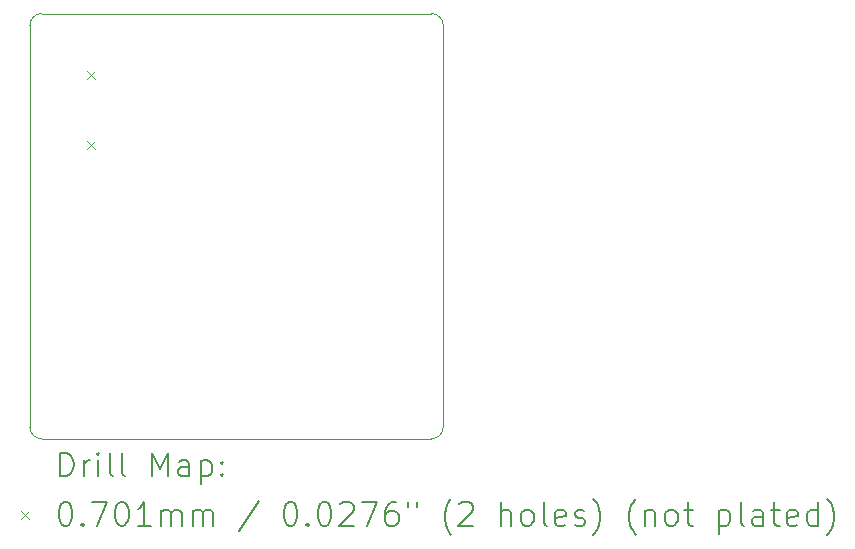
<source format=gbr>
%TF.GenerationSoftware,KiCad,Pcbnew,7.0.10*%
%TF.CreationDate,2024-02-03T16:56:27+08:00*%
%TF.ProjectId,ad7142-eval,61643731-3432-42d6-9576-616c2e6b6963,rev?*%
%TF.SameCoordinates,Original*%
%TF.FileFunction,Drillmap*%
%TF.FilePolarity,Positive*%
%FSLAX45Y45*%
G04 Gerber Fmt 4.5, Leading zero omitted, Abs format (unit mm)*
G04 Created by KiCad (PCBNEW 7.0.10) date 2024-02-03 16:56:27*
%MOMM*%
%LPD*%
G01*
G04 APERTURE LIST*
%ADD10C,0.100000*%
%ADD11C,0.200000*%
G04 APERTURE END LIST*
D10*
X14140750Y-7991000D02*
G75*
G03*
X14040750Y-7891000I-100000J0D01*
G01*
X14040750Y-11491000D02*
G75*
G03*
X14140750Y-11391000I0J100000D01*
G01*
X10640750Y-11391000D02*
G75*
G03*
X10740750Y-11491000I100000J0D01*
G01*
X10740750Y-7891000D02*
G75*
G03*
X10640750Y-7991000I0J-100000D01*
G01*
X14040750Y-7891000D02*
X10740750Y-7891000D01*
X14140750Y-11391000D02*
X14140750Y-7991000D01*
X10740750Y-11491000D02*
X14040750Y-11491000D01*
X10640750Y-7991000D02*
X10640750Y-11391000D01*
D11*
D10*
X11123890Y-8373250D02*
X11193990Y-8443350D01*
X11193990Y-8373250D02*
X11123890Y-8443350D01*
X11123890Y-8969130D02*
X11193990Y-9039230D01*
X11193990Y-8969130D02*
X11123890Y-9039230D01*
D11*
X10896527Y-11807484D02*
X10896527Y-11607484D01*
X10896527Y-11607484D02*
X10944146Y-11607484D01*
X10944146Y-11607484D02*
X10972717Y-11617008D01*
X10972717Y-11617008D02*
X10991765Y-11636055D01*
X10991765Y-11636055D02*
X11001289Y-11655103D01*
X11001289Y-11655103D02*
X11010813Y-11693198D01*
X11010813Y-11693198D02*
X11010813Y-11721769D01*
X11010813Y-11721769D02*
X11001289Y-11759865D01*
X11001289Y-11759865D02*
X10991765Y-11778912D01*
X10991765Y-11778912D02*
X10972717Y-11797960D01*
X10972717Y-11797960D02*
X10944146Y-11807484D01*
X10944146Y-11807484D02*
X10896527Y-11807484D01*
X11096527Y-11807484D02*
X11096527Y-11674150D01*
X11096527Y-11712246D02*
X11106051Y-11693198D01*
X11106051Y-11693198D02*
X11115574Y-11683674D01*
X11115574Y-11683674D02*
X11134622Y-11674150D01*
X11134622Y-11674150D02*
X11153670Y-11674150D01*
X11220336Y-11807484D02*
X11220336Y-11674150D01*
X11220336Y-11607484D02*
X11210812Y-11617008D01*
X11210812Y-11617008D02*
X11220336Y-11626531D01*
X11220336Y-11626531D02*
X11229860Y-11617008D01*
X11229860Y-11617008D02*
X11220336Y-11607484D01*
X11220336Y-11607484D02*
X11220336Y-11626531D01*
X11344146Y-11807484D02*
X11325098Y-11797960D01*
X11325098Y-11797960D02*
X11315574Y-11778912D01*
X11315574Y-11778912D02*
X11315574Y-11607484D01*
X11448908Y-11807484D02*
X11429860Y-11797960D01*
X11429860Y-11797960D02*
X11420336Y-11778912D01*
X11420336Y-11778912D02*
X11420336Y-11607484D01*
X11677479Y-11807484D02*
X11677479Y-11607484D01*
X11677479Y-11607484D02*
X11744146Y-11750341D01*
X11744146Y-11750341D02*
X11810812Y-11607484D01*
X11810812Y-11607484D02*
X11810812Y-11807484D01*
X11991765Y-11807484D02*
X11991765Y-11702722D01*
X11991765Y-11702722D02*
X11982241Y-11683674D01*
X11982241Y-11683674D02*
X11963193Y-11674150D01*
X11963193Y-11674150D02*
X11925098Y-11674150D01*
X11925098Y-11674150D02*
X11906051Y-11683674D01*
X11991765Y-11797960D02*
X11972717Y-11807484D01*
X11972717Y-11807484D02*
X11925098Y-11807484D01*
X11925098Y-11807484D02*
X11906051Y-11797960D01*
X11906051Y-11797960D02*
X11896527Y-11778912D01*
X11896527Y-11778912D02*
X11896527Y-11759865D01*
X11896527Y-11759865D02*
X11906051Y-11740817D01*
X11906051Y-11740817D02*
X11925098Y-11731293D01*
X11925098Y-11731293D02*
X11972717Y-11731293D01*
X11972717Y-11731293D02*
X11991765Y-11721769D01*
X12087003Y-11674150D02*
X12087003Y-11874150D01*
X12087003Y-11683674D02*
X12106051Y-11674150D01*
X12106051Y-11674150D02*
X12144146Y-11674150D01*
X12144146Y-11674150D02*
X12163193Y-11683674D01*
X12163193Y-11683674D02*
X12172717Y-11693198D01*
X12172717Y-11693198D02*
X12182241Y-11712246D01*
X12182241Y-11712246D02*
X12182241Y-11769388D01*
X12182241Y-11769388D02*
X12172717Y-11788436D01*
X12172717Y-11788436D02*
X12163193Y-11797960D01*
X12163193Y-11797960D02*
X12144146Y-11807484D01*
X12144146Y-11807484D02*
X12106051Y-11807484D01*
X12106051Y-11807484D02*
X12087003Y-11797960D01*
X12267955Y-11788436D02*
X12277479Y-11797960D01*
X12277479Y-11797960D02*
X12267955Y-11807484D01*
X12267955Y-11807484D02*
X12258432Y-11797960D01*
X12258432Y-11797960D02*
X12267955Y-11788436D01*
X12267955Y-11788436D02*
X12267955Y-11807484D01*
X12267955Y-11683674D02*
X12277479Y-11693198D01*
X12277479Y-11693198D02*
X12267955Y-11702722D01*
X12267955Y-11702722D02*
X12258432Y-11693198D01*
X12258432Y-11693198D02*
X12267955Y-11683674D01*
X12267955Y-11683674D02*
X12267955Y-11702722D01*
D10*
X10565650Y-12100950D02*
X10635750Y-12171050D01*
X10635750Y-12100950D02*
X10565650Y-12171050D01*
D11*
X10934622Y-12027484D02*
X10953670Y-12027484D01*
X10953670Y-12027484D02*
X10972717Y-12037008D01*
X10972717Y-12037008D02*
X10982241Y-12046531D01*
X10982241Y-12046531D02*
X10991765Y-12065579D01*
X10991765Y-12065579D02*
X11001289Y-12103674D01*
X11001289Y-12103674D02*
X11001289Y-12151293D01*
X11001289Y-12151293D02*
X10991765Y-12189388D01*
X10991765Y-12189388D02*
X10982241Y-12208436D01*
X10982241Y-12208436D02*
X10972717Y-12217960D01*
X10972717Y-12217960D02*
X10953670Y-12227484D01*
X10953670Y-12227484D02*
X10934622Y-12227484D01*
X10934622Y-12227484D02*
X10915574Y-12217960D01*
X10915574Y-12217960D02*
X10906051Y-12208436D01*
X10906051Y-12208436D02*
X10896527Y-12189388D01*
X10896527Y-12189388D02*
X10887003Y-12151293D01*
X10887003Y-12151293D02*
X10887003Y-12103674D01*
X10887003Y-12103674D02*
X10896527Y-12065579D01*
X10896527Y-12065579D02*
X10906051Y-12046531D01*
X10906051Y-12046531D02*
X10915574Y-12037008D01*
X10915574Y-12037008D02*
X10934622Y-12027484D01*
X11087003Y-12208436D02*
X11096527Y-12217960D01*
X11096527Y-12217960D02*
X11087003Y-12227484D01*
X11087003Y-12227484D02*
X11077479Y-12217960D01*
X11077479Y-12217960D02*
X11087003Y-12208436D01*
X11087003Y-12208436D02*
X11087003Y-12227484D01*
X11163194Y-12027484D02*
X11296527Y-12027484D01*
X11296527Y-12027484D02*
X11210812Y-12227484D01*
X11410812Y-12027484D02*
X11429860Y-12027484D01*
X11429860Y-12027484D02*
X11448908Y-12037008D01*
X11448908Y-12037008D02*
X11458432Y-12046531D01*
X11458432Y-12046531D02*
X11467955Y-12065579D01*
X11467955Y-12065579D02*
X11477479Y-12103674D01*
X11477479Y-12103674D02*
X11477479Y-12151293D01*
X11477479Y-12151293D02*
X11467955Y-12189388D01*
X11467955Y-12189388D02*
X11458432Y-12208436D01*
X11458432Y-12208436D02*
X11448908Y-12217960D01*
X11448908Y-12217960D02*
X11429860Y-12227484D01*
X11429860Y-12227484D02*
X11410812Y-12227484D01*
X11410812Y-12227484D02*
X11391765Y-12217960D01*
X11391765Y-12217960D02*
X11382241Y-12208436D01*
X11382241Y-12208436D02*
X11372717Y-12189388D01*
X11372717Y-12189388D02*
X11363193Y-12151293D01*
X11363193Y-12151293D02*
X11363193Y-12103674D01*
X11363193Y-12103674D02*
X11372717Y-12065579D01*
X11372717Y-12065579D02*
X11382241Y-12046531D01*
X11382241Y-12046531D02*
X11391765Y-12037008D01*
X11391765Y-12037008D02*
X11410812Y-12027484D01*
X11667955Y-12227484D02*
X11553670Y-12227484D01*
X11610812Y-12227484D02*
X11610812Y-12027484D01*
X11610812Y-12027484D02*
X11591765Y-12056055D01*
X11591765Y-12056055D02*
X11572717Y-12075103D01*
X11572717Y-12075103D02*
X11553670Y-12084627D01*
X11753670Y-12227484D02*
X11753670Y-12094150D01*
X11753670Y-12113198D02*
X11763193Y-12103674D01*
X11763193Y-12103674D02*
X11782241Y-12094150D01*
X11782241Y-12094150D02*
X11810813Y-12094150D01*
X11810813Y-12094150D02*
X11829860Y-12103674D01*
X11829860Y-12103674D02*
X11839384Y-12122722D01*
X11839384Y-12122722D02*
X11839384Y-12227484D01*
X11839384Y-12122722D02*
X11848908Y-12103674D01*
X11848908Y-12103674D02*
X11867955Y-12094150D01*
X11867955Y-12094150D02*
X11896527Y-12094150D01*
X11896527Y-12094150D02*
X11915574Y-12103674D01*
X11915574Y-12103674D02*
X11925098Y-12122722D01*
X11925098Y-12122722D02*
X11925098Y-12227484D01*
X12020336Y-12227484D02*
X12020336Y-12094150D01*
X12020336Y-12113198D02*
X12029860Y-12103674D01*
X12029860Y-12103674D02*
X12048908Y-12094150D01*
X12048908Y-12094150D02*
X12077479Y-12094150D01*
X12077479Y-12094150D02*
X12096527Y-12103674D01*
X12096527Y-12103674D02*
X12106051Y-12122722D01*
X12106051Y-12122722D02*
X12106051Y-12227484D01*
X12106051Y-12122722D02*
X12115574Y-12103674D01*
X12115574Y-12103674D02*
X12134622Y-12094150D01*
X12134622Y-12094150D02*
X12163193Y-12094150D01*
X12163193Y-12094150D02*
X12182241Y-12103674D01*
X12182241Y-12103674D02*
X12191765Y-12122722D01*
X12191765Y-12122722D02*
X12191765Y-12227484D01*
X12582241Y-12017960D02*
X12410813Y-12275103D01*
X12839384Y-12027484D02*
X12858432Y-12027484D01*
X12858432Y-12027484D02*
X12877479Y-12037008D01*
X12877479Y-12037008D02*
X12887003Y-12046531D01*
X12887003Y-12046531D02*
X12896527Y-12065579D01*
X12896527Y-12065579D02*
X12906051Y-12103674D01*
X12906051Y-12103674D02*
X12906051Y-12151293D01*
X12906051Y-12151293D02*
X12896527Y-12189388D01*
X12896527Y-12189388D02*
X12887003Y-12208436D01*
X12887003Y-12208436D02*
X12877479Y-12217960D01*
X12877479Y-12217960D02*
X12858432Y-12227484D01*
X12858432Y-12227484D02*
X12839384Y-12227484D01*
X12839384Y-12227484D02*
X12820336Y-12217960D01*
X12820336Y-12217960D02*
X12810813Y-12208436D01*
X12810813Y-12208436D02*
X12801289Y-12189388D01*
X12801289Y-12189388D02*
X12791765Y-12151293D01*
X12791765Y-12151293D02*
X12791765Y-12103674D01*
X12791765Y-12103674D02*
X12801289Y-12065579D01*
X12801289Y-12065579D02*
X12810813Y-12046531D01*
X12810813Y-12046531D02*
X12820336Y-12037008D01*
X12820336Y-12037008D02*
X12839384Y-12027484D01*
X12991765Y-12208436D02*
X13001289Y-12217960D01*
X13001289Y-12217960D02*
X12991765Y-12227484D01*
X12991765Y-12227484D02*
X12982241Y-12217960D01*
X12982241Y-12217960D02*
X12991765Y-12208436D01*
X12991765Y-12208436D02*
X12991765Y-12227484D01*
X13125098Y-12027484D02*
X13144146Y-12027484D01*
X13144146Y-12027484D02*
X13163194Y-12037008D01*
X13163194Y-12037008D02*
X13172717Y-12046531D01*
X13172717Y-12046531D02*
X13182241Y-12065579D01*
X13182241Y-12065579D02*
X13191765Y-12103674D01*
X13191765Y-12103674D02*
X13191765Y-12151293D01*
X13191765Y-12151293D02*
X13182241Y-12189388D01*
X13182241Y-12189388D02*
X13172717Y-12208436D01*
X13172717Y-12208436D02*
X13163194Y-12217960D01*
X13163194Y-12217960D02*
X13144146Y-12227484D01*
X13144146Y-12227484D02*
X13125098Y-12227484D01*
X13125098Y-12227484D02*
X13106051Y-12217960D01*
X13106051Y-12217960D02*
X13096527Y-12208436D01*
X13096527Y-12208436D02*
X13087003Y-12189388D01*
X13087003Y-12189388D02*
X13077479Y-12151293D01*
X13077479Y-12151293D02*
X13077479Y-12103674D01*
X13077479Y-12103674D02*
X13087003Y-12065579D01*
X13087003Y-12065579D02*
X13096527Y-12046531D01*
X13096527Y-12046531D02*
X13106051Y-12037008D01*
X13106051Y-12037008D02*
X13125098Y-12027484D01*
X13267956Y-12046531D02*
X13277479Y-12037008D01*
X13277479Y-12037008D02*
X13296527Y-12027484D01*
X13296527Y-12027484D02*
X13344146Y-12027484D01*
X13344146Y-12027484D02*
X13363194Y-12037008D01*
X13363194Y-12037008D02*
X13372717Y-12046531D01*
X13372717Y-12046531D02*
X13382241Y-12065579D01*
X13382241Y-12065579D02*
X13382241Y-12084627D01*
X13382241Y-12084627D02*
X13372717Y-12113198D01*
X13372717Y-12113198D02*
X13258432Y-12227484D01*
X13258432Y-12227484D02*
X13382241Y-12227484D01*
X13448908Y-12027484D02*
X13582241Y-12027484D01*
X13582241Y-12027484D02*
X13496527Y-12227484D01*
X13744146Y-12027484D02*
X13706051Y-12027484D01*
X13706051Y-12027484D02*
X13687003Y-12037008D01*
X13687003Y-12037008D02*
X13677479Y-12046531D01*
X13677479Y-12046531D02*
X13658432Y-12075103D01*
X13658432Y-12075103D02*
X13648908Y-12113198D01*
X13648908Y-12113198D02*
X13648908Y-12189388D01*
X13648908Y-12189388D02*
X13658432Y-12208436D01*
X13658432Y-12208436D02*
X13667956Y-12217960D01*
X13667956Y-12217960D02*
X13687003Y-12227484D01*
X13687003Y-12227484D02*
X13725098Y-12227484D01*
X13725098Y-12227484D02*
X13744146Y-12217960D01*
X13744146Y-12217960D02*
X13753670Y-12208436D01*
X13753670Y-12208436D02*
X13763194Y-12189388D01*
X13763194Y-12189388D02*
X13763194Y-12141769D01*
X13763194Y-12141769D02*
X13753670Y-12122722D01*
X13753670Y-12122722D02*
X13744146Y-12113198D01*
X13744146Y-12113198D02*
X13725098Y-12103674D01*
X13725098Y-12103674D02*
X13687003Y-12103674D01*
X13687003Y-12103674D02*
X13667956Y-12113198D01*
X13667956Y-12113198D02*
X13658432Y-12122722D01*
X13658432Y-12122722D02*
X13648908Y-12141769D01*
X13839384Y-12027484D02*
X13839384Y-12065579D01*
X13915575Y-12027484D02*
X13915575Y-12065579D01*
X14210813Y-12303674D02*
X14201289Y-12294150D01*
X14201289Y-12294150D02*
X14182241Y-12265579D01*
X14182241Y-12265579D02*
X14172718Y-12246531D01*
X14172718Y-12246531D02*
X14163194Y-12217960D01*
X14163194Y-12217960D02*
X14153670Y-12170341D01*
X14153670Y-12170341D02*
X14153670Y-12132246D01*
X14153670Y-12132246D02*
X14163194Y-12084627D01*
X14163194Y-12084627D02*
X14172718Y-12056055D01*
X14172718Y-12056055D02*
X14182241Y-12037008D01*
X14182241Y-12037008D02*
X14201289Y-12008436D01*
X14201289Y-12008436D02*
X14210813Y-11998912D01*
X14277479Y-12046531D02*
X14287003Y-12037008D01*
X14287003Y-12037008D02*
X14306051Y-12027484D01*
X14306051Y-12027484D02*
X14353670Y-12027484D01*
X14353670Y-12027484D02*
X14372718Y-12037008D01*
X14372718Y-12037008D02*
X14382241Y-12046531D01*
X14382241Y-12046531D02*
X14391765Y-12065579D01*
X14391765Y-12065579D02*
X14391765Y-12084627D01*
X14391765Y-12084627D02*
X14382241Y-12113198D01*
X14382241Y-12113198D02*
X14267956Y-12227484D01*
X14267956Y-12227484D02*
X14391765Y-12227484D01*
X14629860Y-12227484D02*
X14629860Y-12027484D01*
X14715575Y-12227484D02*
X14715575Y-12122722D01*
X14715575Y-12122722D02*
X14706051Y-12103674D01*
X14706051Y-12103674D02*
X14687003Y-12094150D01*
X14687003Y-12094150D02*
X14658432Y-12094150D01*
X14658432Y-12094150D02*
X14639384Y-12103674D01*
X14639384Y-12103674D02*
X14629860Y-12113198D01*
X14839384Y-12227484D02*
X14820337Y-12217960D01*
X14820337Y-12217960D02*
X14810813Y-12208436D01*
X14810813Y-12208436D02*
X14801289Y-12189388D01*
X14801289Y-12189388D02*
X14801289Y-12132246D01*
X14801289Y-12132246D02*
X14810813Y-12113198D01*
X14810813Y-12113198D02*
X14820337Y-12103674D01*
X14820337Y-12103674D02*
X14839384Y-12094150D01*
X14839384Y-12094150D02*
X14867956Y-12094150D01*
X14867956Y-12094150D02*
X14887003Y-12103674D01*
X14887003Y-12103674D02*
X14896527Y-12113198D01*
X14896527Y-12113198D02*
X14906051Y-12132246D01*
X14906051Y-12132246D02*
X14906051Y-12189388D01*
X14906051Y-12189388D02*
X14896527Y-12208436D01*
X14896527Y-12208436D02*
X14887003Y-12217960D01*
X14887003Y-12217960D02*
X14867956Y-12227484D01*
X14867956Y-12227484D02*
X14839384Y-12227484D01*
X15020337Y-12227484D02*
X15001289Y-12217960D01*
X15001289Y-12217960D02*
X14991765Y-12198912D01*
X14991765Y-12198912D02*
X14991765Y-12027484D01*
X15172718Y-12217960D02*
X15153670Y-12227484D01*
X15153670Y-12227484D02*
X15115575Y-12227484D01*
X15115575Y-12227484D02*
X15096527Y-12217960D01*
X15096527Y-12217960D02*
X15087003Y-12198912D01*
X15087003Y-12198912D02*
X15087003Y-12122722D01*
X15087003Y-12122722D02*
X15096527Y-12103674D01*
X15096527Y-12103674D02*
X15115575Y-12094150D01*
X15115575Y-12094150D02*
X15153670Y-12094150D01*
X15153670Y-12094150D02*
X15172718Y-12103674D01*
X15172718Y-12103674D02*
X15182241Y-12122722D01*
X15182241Y-12122722D02*
X15182241Y-12141769D01*
X15182241Y-12141769D02*
X15087003Y-12160817D01*
X15258432Y-12217960D02*
X15277480Y-12227484D01*
X15277480Y-12227484D02*
X15315575Y-12227484D01*
X15315575Y-12227484D02*
X15334622Y-12217960D01*
X15334622Y-12217960D02*
X15344146Y-12198912D01*
X15344146Y-12198912D02*
X15344146Y-12189388D01*
X15344146Y-12189388D02*
X15334622Y-12170341D01*
X15334622Y-12170341D02*
X15315575Y-12160817D01*
X15315575Y-12160817D02*
X15287003Y-12160817D01*
X15287003Y-12160817D02*
X15267956Y-12151293D01*
X15267956Y-12151293D02*
X15258432Y-12132246D01*
X15258432Y-12132246D02*
X15258432Y-12122722D01*
X15258432Y-12122722D02*
X15267956Y-12103674D01*
X15267956Y-12103674D02*
X15287003Y-12094150D01*
X15287003Y-12094150D02*
X15315575Y-12094150D01*
X15315575Y-12094150D02*
X15334622Y-12103674D01*
X15410813Y-12303674D02*
X15420337Y-12294150D01*
X15420337Y-12294150D02*
X15439384Y-12265579D01*
X15439384Y-12265579D02*
X15448908Y-12246531D01*
X15448908Y-12246531D02*
X15458432Y-12217960D01*
X15458432Y-12217960D02*
X15467956Y-12170341D01*
X15467956Y-12170341D02*
X15467956Y-12132246D01*
X15467956Y-12132246D02*
X15458432Y-12084627D01*
X15458432Y-12084627D02*
X15448908Y-12056055D01*
X15448908Y-12056055D02*
X15439384Y-12037008D01*
X15439384Y-12037008D02*
X15420337Y-12008436D01*
X15420337Y-12008436D02*
X15410813Y-11998912D01*
X15772718Y-12303674D02*
X15763194Y-12294150D01*
X15763194Y-12294150D02*
X15744146Y-12265579D01*
X15744146Y-12265579D02*
X15734622Y-12246531D01*
X15734622Y-12246531D02*
X15725099Y-12217960D01*
X15725099Y-12217960D02*
X15715575Y-12170341D01*
X15715575Y-12170341D02*
X15715575Y-12132246D01*
X15715575Y-12132246D02*
X15725099Y-12084627D01*
X15725099Y-12084627D02*
X15734622Y-12056055D01*
X15734622Y-12056055D02*
X15744146Y-12037008D01*
X15744146Y-12037008D02*
X15763194Y-12008436D01*
X15763194Y-12008436D02*
X15772718Y-11998912D01*
X15848908Y-12094150D02*
X15848908Y-12227484D01*
X15848908Y-12113198D02*
X15858432Y-12103674D01*
X15858432Y-12103674D02*
X15877480Y-12094150D01*
X15877480Y-12094150D02*
X15906051Y-12094150D01*
X15906051Y-12094150D02*
X15925099Y-12103674D01*
X15925099Y-12103674D02*
X15934622Y-12122722D01*
X15934622Y-12122722D02*
X15934622Y-12227484D01*
X16058432Y-12227484D02*
X16039384Y-12217960D01*
X16039384Y-12217960D02*
X16029861Y-12208436D01*
X16029861Y-12208436D02*
X16020337Y-12189388D01*
X16020337Y-12189388D02*
X16020337Y-12132246D01*
X16020337Y-12132246D02*
X16029861Y-12113198D01*
X16029861Y-12113198D02*
X16039384Y-12103674D01*
X16039384Y-12103674D02*
X16058432Y-12094150D01*
X16058432Y-12094150D02*
X16087003Y-12094150D01*
X16087003Y-12094150D02*
X16106051Y-12103674D01*
X16106051Y-12103674D02*
X16115575Y-12113198D01*
X16115575Y-12113198D02*
X16125099Y-12132246D01*
X16125099Y-12132246D02*
X16125099Y-12189388D01*
X16125099Y-12189388D02*
X16115575Y-12208436D01*
X16115575Y-12208436D02*
X16106051Y-12217960D01*
X16106051Y-12217960D02*
X16087003Y-12227484D01*
X16087003Y-12227484D02*
X16058432Y-12227484D01*
X16182242Y-12094150D02*
X16258432Y-12094150D01*
X16210813Y-12027484D02*
X16210813Y-12198912D01*
X16210813Y-12198912D02*
X16220337Y-12217960D01*
X16220337Y-12217960D02*
X16239384Y-12227484D01*
X16239384Y-12227484D02*
X16258432Y-12227484D01*
X16477480Y-12094150D02*
X16477480Y-12294150D01*
X16477480Y-12103674D02*
X16496527Y-12094150D01*
X16496527Y-12094150D02*
X16534623Y-12094150D01*
X16534623Y-12094150D02*
X16553670Y-12103674D01*
X16553670Y-12103674D02*
X16563194Y-12113198D01*
X16563194Y-12113198D02*
X16572718Y-12132246D01*
X16572718Y-12132246D02*
X16572718Y-12189388D01*
X16572718Y-12189388D02*
X16563194Y-12208436D01*
X16563194Y-12208436D02*
X16553670Y-12217960D01*
X16553670Y-12217960D02*
X16534623Y-12227484D01*
X16534623Y-12227484D02*
X16496527Y-12227484D01*
X16496527Y-12227484D02*
X16477480Y-12217960D01*
X16687003Y-12227484D02*
X16667956Y-12217960D01*
X16667956Y-12217960D02*
X16658432Y-12198912D01*
X16658432Y-12198912D02*
X16658432Y-12027484D01*
X16848908Y-12227484D02*
X16848908Y-12122722D01*
X16848908Y-12122722D02*
X16839385Y-12103674D01*
X16839385Y-12103674D02*
X16820337Y-12094150D01*
X16820337Y-12094150D02*
X16782242Y-12094150D01*
X16782242Y-12094150D02*
X16763194Y-12103674D01*
X16848908Y-12217960D02*
X16829861Y-12227484D01*
X16829861Y-12227484D02*
X16782242Y-12227484D01*
X16782242Y-12227484D02*
X16763194Y-12217960D01*
X16763194Y-12217960D02*
X16753670Y-12198912D01*
X16753670Y-12198912D02*
X16753670Y-12179865D01*
X16753670Y-12179865D02*
X16763194Y-12160817D01*
X16763194Y-12160817D02*
X16782242Y-12151293D01*
X16782242Y-12151293D02*
X16829861Y-12151293D01*
X16829861Y-12151293D02*
X16848908Y-12141769D01*
X16915575Y-12094150D02*
X16991765Y-12094150D01*
X16944146Y-12027484D02*
X16944146Y-12198912D01*
X16944146Y-12198912D02*
X16953670Y-12217960D01*
X16953670Y-12217960D02*
X16972718Y-12227484D01*
X16972718Y-12227484D02*
X16991765Y-12227484D01*
X17134623Y-12217960D02*
X17115575Y-12227484D01*
X17115575Y-12227484D02*
X17077480Y-12227484D01*
X17077480Y-12227484D02*
X17058432Y-12217960D01*
X17058432Y-12217960D02*
X17048908Y-12198912D01*
X17048908Y-12198912D02*
X17048908Y-12122722D01*
X17048908Y-12122722D02*
X17058432Y-12103674D01*
X17058432Y-12103674D02*
X17077480Y-12094150D01*
X17077480Y-12094150D02*
X17115575Y-12094150D01*
X17115575Y-12094150D02*
X17134623Y-12103674D01*
X17134623Y-12103674D02*
X17144146Y-12122722D01*
X17144146Y-12122722D02*
X17144146Y-12141769D01*
X17144146Y-12141769D02*
X17048908Y-12160817D01*
X17315575Y-12227484D02*
X17315575Y-12027484D01*
X17315575Y-12217960D02*
X17296527Y-12227484D01*
X17296527Y-12227484D02*
X17258432Y-12227484D01*
X17258432Y-12227484D02*
X17239385Y-12217960D01*
X17239385Y-12217960D02*
X17229861Y-12208436D01*
X17229861Y-12208436D02*
X17220337Y-12189388D01*
X17220337Y-12189388D02*
X17220337Y-12132246D01*
X17220337Y-12132246D02*
X17229861Y-12113198D01*
X17229861Y-12113198D02*
X17239385Y-12103674D01*
X17239385Y-12103674D02*
X17258432Y-12094150D01*
X17258432Y-12094150D02*
X17296527Y-12094150D01*
X17296527Y-12094150D02*
X17315575Y-12103674D01*
X17391766Y-12303674D02*
X17401289Y-12294150D01*
X17401289Y-12294150D02*
X17420337Y-12265579D01*
X17420337Y-12265579D02*
X17429861Y-12246531D01*
X17429861Y-12246531D02*
X17439385Y-12217960D01*
X17439385Y-12217960D02*
X17448908Y-12170341D01*
X17448908Y-12170341D02*
X17448908Y-12132246D01*
X17448908Y-12132246D02*
X17439385Y-12084627D01*
X17439385Y-12084627D02*
X17429861Y-12056055D01*
X17429861Y-12056055D02*
X17420337Y-12037008D01*
X17420337Y-12037008D02*
X17401289Y-12008436D01*
X17401289Y-12008436D02*
X17391766Y-11998912D01*
M02*

</source>
